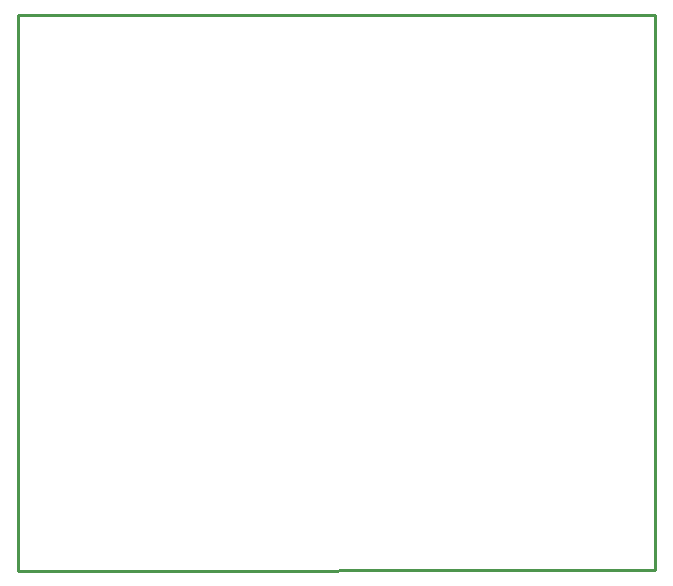
<source format=gko>
G04 Layer: BoardOutlineLayer*
G04 EasyEDA v6.5.22, 2023-02-12 11:26:09*
G04 89482fe2ee7e448c8a158914ca70a71c,57889503967a4714bf52c07adae62c9a,10*
G04 Gerber Generator version 0.2*
G04 Scale: 100 percent, Rotated: No, Reflected: No *
G04 Dimensions in millimeters *
G04 leading zeros omitted , absolute positions ,4 integer and 5 decimal *
%FSLAX45Y45*%
%MOMM*%

%ADD10C,0.2540*%
D10*
X700023Y8599931D02*
G01*
X6100063Y8599931D01*
X6099987Y3899992D01*
X700023Y3898900D01*
X699998Y8599982D01*

%LPD*%
M02*

</source>
